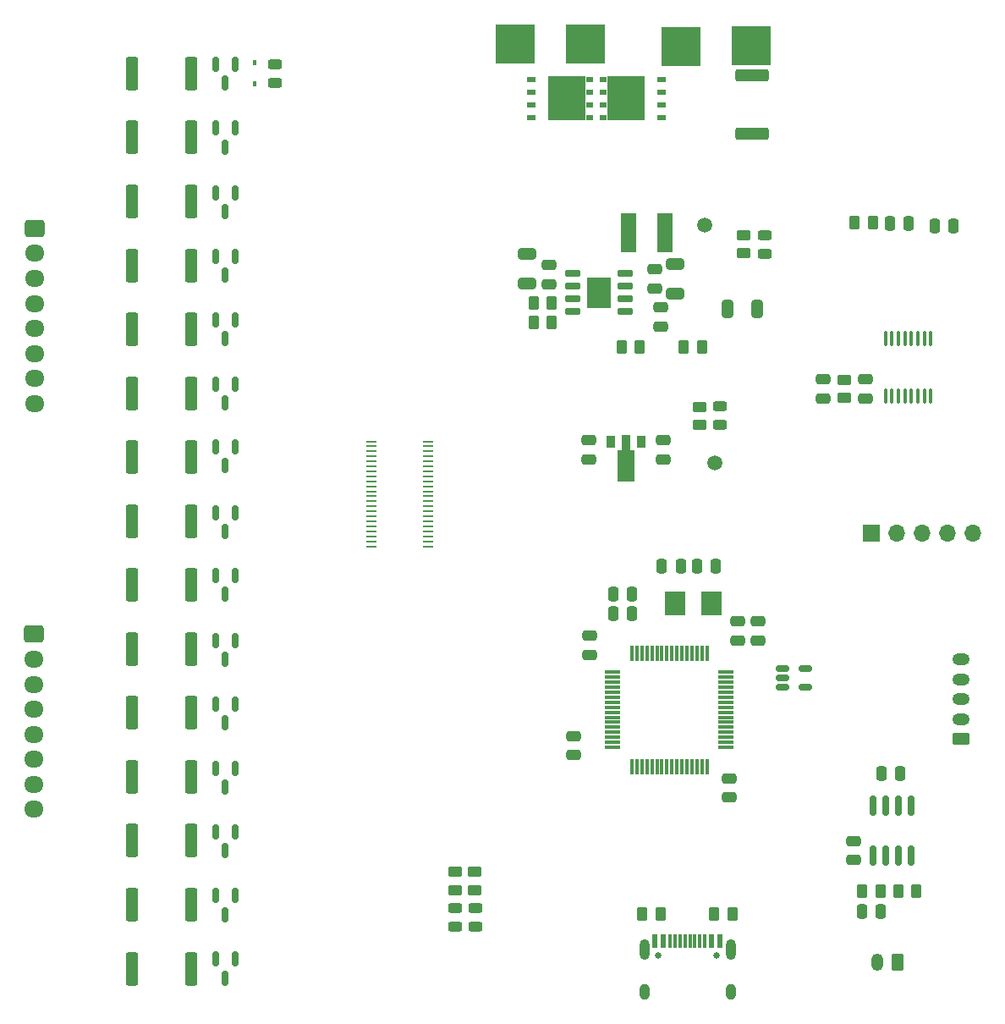
<source format=gbr>
%TF.GenerationSoftware,KiCad,Pcbnew,(6.0.7-1)-1*%
%TF.CreationDate,2022-09-12T11:44:39+02:00*%
%TF.ProjectId,Flux_BMS,466c7578-5f42-44d5-932e-6b696361645f,rev?*%
%TF.SameCoordinates,Original*%
%TF.FileFunction,Soldermask,Top*%
%TF.FilePolarity,Negative*%
%FSLAX46Y46*%
G04 Gerber Fmt 4.6, Leading zero omitted, Abs format (unit mm)*
G04 Created by KiCad (PCBNEW (6.0.7-1)-1) date 2022-09-12 11:44:39*
%MOMM*%
%LPD*%
G01*
G04 APERTURE LIST*
G04 Aperture macros list*
%AMRoundRect*
0 Rectangle with rounded corners*
0 $1 Rounding radius*
0 $2 $3 $4 $5 $6 $7 $8 $9 X,Y pos of 4 corners*
0 Add a 4 corners polygon primitive as box body*
4,1,4,$2,$3,$4,$5,$6,$7,$8,$9,$2,$3,0*
0 Add four circle primitives for the rounded corners*
1,1,$1+$1,$2,$3*
1,1,$1+$1,$4,$5*
1,1,$1+$1,$6,$7*
1,1,$1+$1,$8,$9*
0 Add four rect primitives between the rounded corners*
20,1,$1+$1,$2,$3,$4,$5,0*
20,1,$1+$1,$4,$5,$6,$7,0*
20,1,$1+$1,$6,$7,$8,$9,0*
20,1,$1+$1,$8,$9,$2,$3,0*%
%AMFreePoly0*
4,1,9,3.862500,-0.866500,0.737500,-0.866500,0.737500,-0.450000,-0.737500,-0.450000,-0.737500,0.450000,0.737500,0.450000,0.737500,0.866500,3.862500,0.866500,3.862500,-0.866500,3.862500,-0.866500,$1*%
G04 Aperture macros list end*
%ADD10C,0.600000*%
%ADD11R,4.000000X4.000000*%
%ADD12R,0.850000X0.500000*%
%ADD13R,3.750000X4.410000*%
%ADD14R,0.800000X0.600000*%
%ADD15RoundRect,0.250000X-0.362500X-1.425000X0.362500X-1.425000X0.362500X1.425000X-0.362500X1.425000X0*%
%ADD16RoundRect,0.150000X-0.150000X0.587500X-0.150000X-0.587500X0.150000X-0.587500X0.150000X0.587500X0*%
%ADD17RoundRect,0.243750X0.456250X-0.243750X0.456250X0.243750X-0.456250X0.243750X-0.456250X-0.243750X0*%
%ADD18C,1.500000*%
%ADD19R,2.410000X3.100000*%
%ADD20RoundRect,0.150000X-0.650000X-0.150000X0.650000X-0.150000X0.650000X0.150000X-0.650000X0.150000X0*%
%ADD21RoundRect,0.250000X0.262500X0.450000X-0.262500X0.450000X-0.262500X-0.450000X0.262500X-0.450000X0*%
%ADD22RoundRect,0.250000X0.650000X-0.325000X0.650000X0.325000X-0.650000X0.325000X-0.650000X-0.325000X0*%
%ADD23RoundRect,0.250000X-0.250000X-0.475000X0.250000X-0.475000X0.250000X0.475000X-0.250000X0.475000X0*%
%ADD24RoundRect,0.250000X-0.475000X0.250000X-0.475000X-0.250000X0.475000X-0.250000X0.475000X0.250000X0*%
%ADD25RoundRect,0.250000X0.450000X-0.262500X0.450000X0.262500X-0.450000X0.262500X-0.450000X-0.262500X0*%
%ADD26RoundRect,0.250000X-1.425000X0.362500X-1.425000X-0.362500X1.425000X-0.362500X1.425000X0.362500X0*%
%ADD27O,1.000000X1.600000*%
%ADD28O,1.000000X2.100000*%
%ADD29R,0.600000X1.450000*%
%ADD30R,0.300000X1.450000*%
%ADD31C,0.650000*%
%ADD32RoundRect,0.250000X0.475000X-0.250000X0.475000X0.250000X-0.475000X0.250000X-0.475000X-0.250000X0*%
%ADD33RoundRect,0.150000X-0.150000X0.825000X-0.150000X-0.825000X0.150000X-0.825000X0.150000X0.825000X0*%
%ADD34RoundRect,0.250000X0.625000X-0.350000X0.625000X0.350000X-0.625000X0.350000X-0.625000X-0.350000X0*%
%ADD35O,1.750000X1.200000*%
%ADD36O,1.950000X1.700000*%
%ADD37RoundRect,0.250000X-0.725000X0.600000X-0.725000X-0.600000X0.725000X-0.600000X0.725000X0.600000X0*%
%ADD38RoundRect,0.250000X0.250000X0.475000X-0.250000X0.475000X-0.250000X-0.475000X0.250000X-0.475000X0*%
%ADD39RoundRect,0.250000X-0.262500X-0.450000X0.262500X-0.450000X0.262500X0.450000X-0.262500X0.450000X0*%
%ADD40R,0.900000X1.300000*%
%ADD41FreePoly0,270.000000*%
%ADD42R,0.450000X0.600000*%
%ADD43RoundRect,0.100000X0.100000X-0.637500X0.100000X0.637500X-0.100000X0.637500X-0.100000X-0.637500X0*%
%ADD44R,2.000000X2.400000*%
%ADD45R,1.100000X0.285000*%
%ADD46R,1.700000X1.700000*%
%ADD47O,1.700000X1.700000*%
%ADD48RoundRect,0.250000X-0.325000X-0.650000X0.325000X-0.650000X0.325000X0.650000X-0.325000X0.650000X0*%
%ADD49RoundRect,0.250000X-0.450000X0.262500X-0.450000X-0.262500X0.450000X-0.262500X0.450000X0.262500X0*%
%ADD50RoundRect,0.243750X-0.456250X0.243750X-0.456250X-0.243750X0.456250X-0.243750X0.456250X0.243750X0*%
%ADD51R,1.500000X4.000000*%
%ADD52RoundRect,0.075000X-0.075000X0.700000X-0.075000X-0.700000X0.075000X-0.700000X0.075000X0.700000X0*%
%ADD53RoundRect,0.075000X-0.700000X0.075000X-0.700000X-0.075000X0.700000X-0.075000X0.700000X0.075000X0*%
%ADD54RoundRect,0.250000X0.350000X0.625000X-0.350000X0.625000X-0.350000X-0.625000X0.350000X-0.625000X0*%
%ADD55O,1.200000X1.750000*%
%ADD56RoundRect,0.150000X-0.512500X-0.150000X0.512500X-0.150000X0.512500X0.150000X-0.512500X0.150000X0*%
%ADD57RoundRect,0.250000X-0.650000X0.325000X-0.650000X-0.325000X0.650000X-0.325000X0.650000X0.325000X0*%
G04 APERTURE END LIST*
D10*
%TO.C,TP4*%
X142200000Y-52200000D03*
X143200000Y-53200000D03*
X143200000Y-52200000D03*
X143200000Y-54200000D03*
X144200000Y-52200000D03*
X142200000Y-51200000D03*
X143200000Y-51200000D03*
X145200000Y-54200000D03*
X145200000Y-51200000D03*
X144200000Y-53200000D03*
X145200000Y-53200000D03*
X142200000Y-54200000D03*
X145200000Y-52200000D03*
D11*
X143700000Y-52700000D03*
D10*
X144200000Y-51200000D03*
X144200000Y-54200000D03*
X142200000Y-53200000D03*
%TD*%
%TO.C,TP3*%
X150200000Y-54100000D03*
X152200000Y-53100000D03*
X150200000Y-53100000D03*
X150200000Y-51100000D03*
X151200000Y-54100000D03*
X149200000Y-51100000D03*
X149200000Y-54100000D03*
X151200000Y-51100000D03*
X149200000Y-52100000D03*
X152200000Y-52100000D03*
X152200000Y-51100000D03*
X151200000Y-53100000D03*
X152200000Y-54100000D03*
D11*
X150700000Y-52600000D03*
D10*
X151200000Y-52100000D03*
X150200000Y-52100000D03*
X149200000Y-53100000D03*
%TD*%
D12*
%TO.C,Q14*%
X128697500Y-57265000D03*
X128697500Y-58535000D03*
X128697500Y-55995000D03*
D13*
X132247500Y-57900000D03*
D14*
X134522500Y-55995000D03*
X134522500Y-57265000D03*
X134522500Y-58535000D03*
X134522500Y-59805000D03*
D12*
X128697500Y-59805000D03*
%TD*%
D15*
%TO.C,R17*%
X94662500Y-106571424D03*
X88737500Y-106571424D03*
%TD*%
D16*
%TO.C,Q4*%
X99000000Y-105600000D03*
X97100000Y-105600000D03*
X98050000Y-107475000D03*
%TD*%
D17*
%TO.C,D31*%
X147550000Y-90587500D03*
X147550000Y-88712500D03*
%TD*%
D18*
%TO.C,TP5*%
X146035000Y-70535000D03*
%TD*%
D19*
%TO.C,U6*%
X135435000Y-77335000D03*
D20*
X138085000Y-75430000D03*
X138085000Y-76700000D03*
X138085000Y-77970000D03*
X138085000Y-79240000D03*
X132785000Y-79240000D03*
X132785000Y-77970000D03*
X132785000Y-76700000D03*
X132785000Y-75430000D03*
%TD*%
D16*
%TO.C,Q7*%
X99000000Y-73662500D03*
X97100000Y-73662500D03*
X98050000Y-75537500D03*
%TD*%
D17*
%TO.C,D26*%
X123050000Y-140737500D03*
X123050000Y-138862500D03*
%TD*%
D21*
%TO.C,R63*%
X163612500Y-137200000D03*
X161787500Y-137200000D03*
%TD*%
D22*
%TO.C,C34*%
X128235000Y-76410000D03*
X128235000Y-73460000D03*
%TD*%
D23*
%TO.C,C16*%
X141750000Y-104650000D03*
X143650000Y-104650000D03*
%TD*%
D16*
%TO.C,Q9*%
X99000000Y-137662500D03*
X97100000Y-137662500D03*
X98050000Y-139537500D03*
%TD*%
D24*
%TO.C,C39*%
X134450000Y-92100000D03*
X134450000Y-94000000D03*
%TD*%
D10*
%TO.C,TP2*%
X133600000Y-52960000D03*
X135600000Y-53960000D03*
X132600000Y-52960000D03*
X134600000Y-52960000D03*
X133600000Y-53960000D03*
X134600000Y-53960000D03*
X133600000Y-51960000D03*
X132600000Y-51960000D03*
X134600000Y-50960000D03*
X135600000Y-50960000D03*
X135600000Y-52960000D03*
D11*
X134100000Y-52460000D03*
D10*
X132600000Y-50960000D03*
X135600000Y-51960000D03*
X134600000Y-51960000D03*
X133600000Y-50960000D03*
X132600000Y-53960000D03*
%TD*%
D25*
%TO.C,R69*%
X145550000Y-90562500D03*
X145550000Y-88737500D03*
%TD*%
D26*
%TO.C,R61*%
X150800000Y-55537500D03*
X150800000Y-61462500D03*
%TD*%
D27*
%TO.C,J3*%
X148620000Y-147250000D03*
D28*
X139980000Y-143070000D03*
X148620000Y-143070000D03*
D27*
X139980000Y-147250000D03*
D29*
X141050000Y-142155000D03*
X141850000Y-142155000D03*
D30*
X142550000Y-142155000D03*
X143550000Y-142155000D03*
X145050000Y-142155000D03*
X146050000Y-142155000D03*
D29*
X146750000Y-142155000D03*
X147550000Y-142155000D03*
X147550000Y-142155000D03*
X146750000Y-142155000D03*
D30*
X145550000Y-142155000D03*
X144550000Y-142155000D03*
X144050000Y-142155000D03*
X143050000Y-142155000D03*
D29*
X141850000Y-142155000D03*
X141050000Y-142155000D03*
D31*
X141410000Y-143600000D03*
X147190000Y-143600000D03*
%TD*%
D15*
%TO.C,R41*%
X88737500Y-144950000D03*
X94662500Y-144950000D03*
%TD*%
D12*
%TO.C,Q15*%
X141700000Y-57265000D03*
X141700000Y-59805000D03*
X141700000Y-58535000D03*
D14*
X135875000Y-57265000D03*
X135875000Y-58535000D03*
D13*
X138150000Y-57900000D03*
D14*
X135875000Y-55995000D03*
X135875000Y-59805000D03*
D12*
X141700000Y-55995000D03*
%TD*%
D32*
%TO.C,C32*%
X160900000Y-134100000D03*
X160900000Y-132200000D03*
%TD*%
D33*
%TO.C,U5*%
X166655000Y-128675000D03*
X165385000Y-128675000D03*
X164115000Y-128675000D03*
X162845000Y-128675000D03*
X162845000Y-133625000D03*
X164115000Y-133625000D03*
X165385000Y-133625000D03*
X166655000Y-133625000D03*
%TD*%
D15*
%TO.C,R72*%
X94662500Y-61796428D03*
X88737500Y-61796428D03*
%TD*%
D34*
%TO.C,J7*%
X171700000Y-122000000D03*
D35*
X171700000Y-120000000D03*
X171700000Y-118000000D03*
X171700000Y-116000000D03*
X171700000Y-114000000D03*
%TD*%
D23*
%TO.C,C17*%
X136850000Y-109450000D03*
X138750000Y-109450000D03*
%TD*%
D36*
%TO.C,J6*%
X78875000Y-129000000D03*
X78875000Y-126500000D03*
X78875000Y-124000000D03*
X78875000Y-121500000D03*
X78875000Y-119000000D03*
X78875000Y-116500000D03*
X78875000Y-114000000D03*
D37*
X78875000Y-111500000D03*
%TD*%
D16*
%TO.C,Q1*%
X99000000Y-86462500D03*
X97100000Y-86462500D03*
X98050000Y-88337500D03*
%TD*%
D38*
%TO.C,C15*%
X147150000Y-104650000D03*
X145250000Y-104650000D03*
%TD*%
D39*
%TO.C,R1*%
X146987500Y-139500000D03*
X148812500Y-139500000D03*
%TD*%
D16*
%TO.C,Q3*%
X99000000Y-99312500D03*
X97100000Y-99312500D03*
X98050000Y-101187500D03*
%TD*%
D24*
%TO.C,C26*%
X157850000Y-86000000D03*
X157850000Y-87900000D03*
%TD*%
%TO.C,C38*%
X141635000Y-78785000D03*
X141635000Y-80685000D03*
%TD*%
D17*
%TO.C,D25*%
X121040000Y-140737500D03*
X121040000Y-138862500D03*
%TD*%
D16*
%TO.C,Q17*%
X99000000Y-54462500D03*
X97100000Y-54462500D03*
X98050000Y-56337500D03*
%TD*%
D21*
%TO.C,R68*%
X139547500Y-82735000D03*
X137722500Y-82735000D03*
%TD*%
D40*
%TO.C,U7*%
X139650000Y-92262500D03*
D41*
X138150000Y-92350000D03*
D40*
X136650000Y-92262500D03*
%TD*%
D17*
%TO.C,D29*%
X152030000Y-73422500D03*
X152030000Y-71547500D03*
%TD*%
D15*
%TO.C,R9*%
X94662500Y-93778568D03*
X88737500Y-93778568D03*
%TD*%
D42*
%TO.C,D34*%
X100950000Y-54350000D03*
X100950000Y-56450000D03*
%TD*%
D39*
%TO.C,R64*%
X128922500Y-78335000D03*
X130747500Y-78335000D03*
%TD*%
D43*
%TO.C,U3*%
X164124159Y-87662020D03*
X164774159Y-87662020D03*
X165424159Y-87662020D03*
X166074159Y-87662020D03*
X166724159Y-87662020D03*
X167374159Y-87662020D03*
X168024159Y-87662020D03*
X168674159Y-87662020D03*
X168674159Y-81937020D03*
X168024159Y-81937020D03*
X167374159Y-81937020D03*
X166724159Y-81937020D03*
X166074159Y-81937020D03*
X165424159Y-81937020D03*
X164774159Y-81937020D03*
X164124159Y-81937020D03*
%TD*%
D16*
%TO.C,Q5*%
X99000000Y-112112500D03*
X97100000Y-112112500D03*
X98050000Y-113987500D03*
%TD*%
D21*
%TO.C,R62*%
X167212500Y-137200000D03*
X165387500Y-137200000D03*
%TD*%
D15*
%TO.C,R25*%
X94662500Y-119364280D03*
X88737500Y-119364280D03*
%TD*%
D25*
%TO.C,R65*%
X149930000Y-73397500D03*
X149930000Y-71572500D03*
%TD*%
D39*
%TO.C,R58*%
X161037500Y-70350000D03*
X162862500Y-70350000D03*
%TD*%
D15*
%TO.C,R49*%
X94662500Y-80985712D03*
X88737500Y-80985712D03*
%TD*%
D44*
%TO.C,X1*%
X143050000Y-108450000D03*
X146750000Y-108450000D03*
%TD*%
D45*
%TO.C,U1*%
X112650000Y-92200000D03*
X112650000Y-92700000D03*
X112650000Y-93200000D03*
X112650000Y-93700000D03*
X112650000Y-94200000D03*
X112650000Y-94700000D03*
X112650000Y-95200000D03*
X112650000Y-95700000D03*
X112650000Y-96200000D03*
X112650000Y-96700000D03*
X112650000Y-97200000D03*
X112650000Y-97700000D03*
X112650000Y-98200000D03*
X112650000Y-98700000D03*
X112650000Y-99200000D03*
X112650000Y-99700000D03*
X112650000Y-100200000D03*
X112650000Y-100700000D03*
X112650000Y-101200000D03*
X112650000Y-101700000D03*
X112650000Y-102200000D03*
X112650000Y-102700000D03*
X118350000Y-102700000D03*
X118350000Y-102200000D03*
X118350000Y-101700000D03*
X118350000Y-101200000D03*
X118350000Y-100700000D03*
X118350000Y-100200000D03*
X118350000Y-99700000D03*
X118350000Y-99200000D03*
X118350000Y-98700000D03*
X118350000Y-98200000D03*
X118350000Y-97700000D03*
X118350000Y-97200000D03*
X118350000Y-96700000D03*
X118350000Y-96200000D03*
X118350000Y-95700000D03*
X118350000Y-95200000D03*
X118350000Y-94700000D03*
X118350000Y-94200000D03*
X118350000Y-93700000D03*
X118350000Y-93200000D03*
X118350000Y-92700000D03*
X118350000Y-92200000D03*
%TD*%
D23*
%TO.C,C28*%
X169050000Y-70650000D03*
X170950000Y-70650000D03*
%TD*%
D46*
%TO.C,J8*%
X162700000Y-101400000D03*
D47*
X165240000Y-101400000D03*
X167780000Y-101400000D03*
X170320000Y-101400000D03*
X172860000Y-101400000D03*
%TD*%
D32*
%TO.C,C35*%
X130435000Y-76485000D03*
X130435000Y-74585000D03*
%TD*%
D21*
%TO.C,R67*%
X145747500Y-82735000D03*
X143922500Y-82735000D03*
%TD*%
D32*
%TO.C,C20*%
X134550000Y-113550000D03*
X134550000Y-111650000D03*
%TD*%
D16*
%TO.C,Q10*%
X99000000Y-144012500D03*
X97100000Y-144012500D03*
X98050000Y-145887500D03*
%TD*%
D21*
%TO.C,R2*%
X141612500Y-139500000D03*
X139787500Y-139500000D03*
%TD*%
D16*
%TO.C,Q16*%
X99000000Y-60862500D03*
X97100000Y-60862500D03*
X98050000Y-62737500D03*
%TD*%
D15*
%TO.C,R55*%
X94662500Y-125760708D03*
X88737500Y-125760708D03*
%TD*%
%TO.C,R13*%
X94662500Y-100174996D03*
X88737500Y-100174996D03*
%TD*%
%TO.C,R37*%
X88737500Y-138553564D03*
X94662500Y-138553564D03*
%TD*%
D18*
%TO.C,TP6*%
X147050000Y-94350000D03*
%TD*%
D32*
%TO.C,C33*%
X141035000Y-76885000D03*
X141035000Y-74985000D03*
%TD*%
D48*
%TO.C,C37*%
X148325000Y-78950000D03*
X151275000Y-78950000D03*
%TD*%
D15*
%TO.C,R21*%
X94662500Y-112967852D03*
X88737500Y-112967852D03*
%TD*%
D23*
%TO.C,C18*%
X136850000Y-107450000D03*
X138750000Y-107450000D03*
%TD*%
D49*
%TO.C,R52*%
X123040000Y-135287500D03*
X123040000Y-137112500D03*
%TD*%
D50*
%TO.C,D35*%
X103050000Y-54462500D03*
X103050000Y-56337500D03*
%TD*%
D51*
%TO.C,L1*%
X138435000Y-71335000D03*
X142035000Y-71335000D03*
%TD*%
D15*
%TO.C,R29*%
X94662500Y-74589284D03*
X88737500Y-74589284D03*
%TD*%
%TO.C,R76*%
X94662500Y-55400000D03*
X88737500Y-55400000D03*
%TD*%
D52*
%TO.C,U2*%
X146250000Y-113375000D03*
X145750000Y-113375000D03*
X145250000Y-113375000D03*
X144750000Y-113375000D03*
X144250000Y-113375000D03*
X143750000Y-113375000D03*
X143250000Y-113375000D03*
X142750000Y-113375000D03*
X142250000Y-113375000D03*
X141750000Y-113375000D03*
X141250000Y-113375000D03*
X140750000Y-113375000D03*
X140250000Y-113375000D03*
X139750000Y-113375000D03*
X139250000Y-113375000D03*
X138750000Y-113375000D03*
D53*
X136825000Y-115300000D03*
X136825000Y-115800000D03*
X136825000Y-116300000D03*
X136825000Y-116800000D03*
X136825000Y-117300000D03*
X136825000Y-117800000D03*
X136825000Y-118300000D03*
X136825000Y-118800000D03*
X136825000Y-119300000D03*
X136825000Y-119800000D03*
X136825000Y-120300000D03*
X136825000Y-120800000D03*
X136825000Y-121300000D03*
X136825000Y-121800000D03*
X136825000Y-122300000D03*
X136825000Y-122800000D03*
D52*
X138750000Y-124725000D03*
X139250000Y-124725000D03*
X139750000Y-124725000D03*
X140250000Y-124725000D03*
X140750000Y-124725000D03*
X141250000Y-124725000D03*
X141750000Y-124725000D03*
X142250000Y-124725000D03*
X142750000Y-124725000D03*
X143250000Y-124725000D03*
X143750000Y-124725000D03*
X144250000Y-124725000D03*
X144750000Y-124725000D03*
X145250000Y-124725000D03*
X145750000Y-124725000D03*
X146250000Y-124725000D03*
D53*
X148175000Y-122800000D03*
X148175000Y-122300000D03*
X148175000Y-121800000D03*
X148175000Y-121300000D03*
X148175000Y-120800000D03*
X148175000Y-120300000D03*
X148175000Y-119800000D03*
X148175000Y-119300000D03*
X148175000Y-118800000D03*
X148175000Y-118300000D03*
X148175000Y-117800000D03*
X148175000Y-117300000D03*
X148175000Y-116800000D03*
X148175000Y-116300000D03*
X148175000Y-115800000D03*
X148175000Y-115300000D03*
%TD*%
D32*
%TO.C,C21*%
X132900000Y-123600000D03*
X132900000Y-121700000D03*
%TD*%
D39*
%TO.C,R66*%
X128922500Y-80335000D03*
X130747500Y-80335000D03*
%TD*%
D38*
%TO.C,C27*%
X166450000Y-70400000D03*
X164550000Y-70400000D03*
%TD*%
D54*
%TO.C,J4*%
X165300000Y-144350000D03*
D55*
X163300000Y-144350000D03*
%TD*%
D16*
%TO.C,Q11*%
X99000000Y-67312500D03*
X97100000Y-67312500D03*
X98050000Y-69187500D03*
%TD*%
D32*
%TO.C,C19*%
X149350000Y-112100000D03*
X149350000Y-110200000D03*
%TD*%
D56*
%TO.C,U4*%
X156087500Y-114900000D03*
X156087500Y-116800000D03*
X153812500Y-116800000D03*
X153812500Y-115850000D03*
X153812500Y-114900000D03*
%TD*%
D49*
%TO.C,R51*%
X121040000Y-135287500D03*
X121040000Y-137112500D03*
%TD*%
%TO.C,R57*%
X160000000Y-86037500D03*
X160000000Y-87862500D03*
%TD*%
D16*
%TO.C,Q12*%
X99000000Y-80062500D03*
X97100000Y-80062500D03*
X98050000Y-81937500D03*
%TD*%
D15*
%TO.C,R45*%
X94662500Y-68192856D03*
X88737500Y-68192856D03*
%TD*%
D23*
%TO.C,C31*%
X161750000Y-139250000D03*
X163650000Y-139250000D03*
%TD*%
D15*
%TO.C,R33*%
X94662500Y-132157136D03*
X88737500Y-132157136D03*
%TD*%
D32*
%TO.C,C25*%
X162150000Y-87900000D03*
X162150000Y-86000000D03*
%TD*%
D23*
%TO.C,C30*%
X163700000Y-125450000D03*
X165600000Y-125450000D03*
%TD*%
D15*
%TO.C,R5*%
X94662500Y-87382140D03*
X88737500Y-87382140D03*
%TD*%
D24*
%TO.C,C40*%
X141850000Y-92100000D03*
X141850000Y-94000000D03*
%TD*%
D37*
%TO.C,J5*%
X78975000Y-70900000D03*
D36*
X78975000Y-73400000D03*
X78975000Y-75900000D03*
X78975000Y-78400000D03*
X78975000Y-80900000D03*
X78975000Y-83400000D03*
X78975000Y-85900000D03*
X78975000Y-88400000D03*
%TD*%
D24*
%TO.C,C22*%
X148500000Y-125900000D03*
X148500000Y-127800000D03*
%TD*%
D16*
%TO.C,Q13*%
X99000000Y-124900000D03*
X97100000Y-124900000D03*
X98050000Y-126775000D03*
%TD*%
D32*
%TO.C,C23*%
X151400000Y-112100000D03*
X151400000Y-110200000D03*
%TD*%
D57*
%TO.C,C36*%
X143035000Y-74460000D03*
X143035000Y-77410000D03*
%TD*%
D16*
%TO.C,Q6*%
X99000000Y-118462500D03*
X97100000Y-118462500D03*
X98050000Y-120337500D03*
%TD*%
%TO.C,Q2*%
X99000000Y-92762500D03*
X97100000Y-92762500D03*
X98050000Y-94637500D03*
%TD*%
%TO.C,Q8*%
X99000000Y-131262500D03*
X97100000Y-131262500D03*
X98050000Y-133137500D03*
%TD*%
D10*
%TO.C,TP1*%
X128600000Y-51975000D03*
X125600000Y-51975000D03*
X126600000Y-53975000D03*
D11*
X127100000Y-52475000D03*
D10*
X126600000Y-52975000D03*
X125600000Y-52975000D03*
X128600000Y-50975000D03*
X127600000Y-51975000D03*
X128600000Y-52975000D03*
X127600000Y-52975000D03*
X126600000Y-51975000D03*
X127600000Y-53975000D03*
X126600000Y-50975000D03*
X127600000Y-50975000D03*
X125600000Y-50975000D03*
X125600000Y-53975000D03*
X128600000Y-53975000D03*
%TD*%
M02*

</source>
